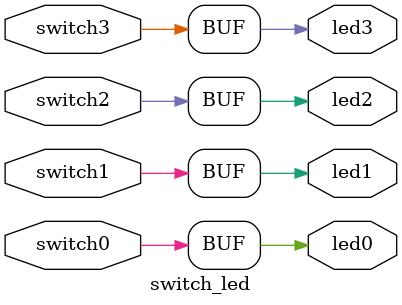
<source format=v>
`timescale 1ns / 1ps


module switch_led(
    input switch0,
    input switch1,
    input switch2,
    input switch3,
    
    output led0,
    output led1,
    output led2,
    output led3
    );
    
    assign led0 = switch0;
    assign led1 = switch1;
    assign led2 = switch2;
    assign led3 = switch3;
    
endmodule

</source>
